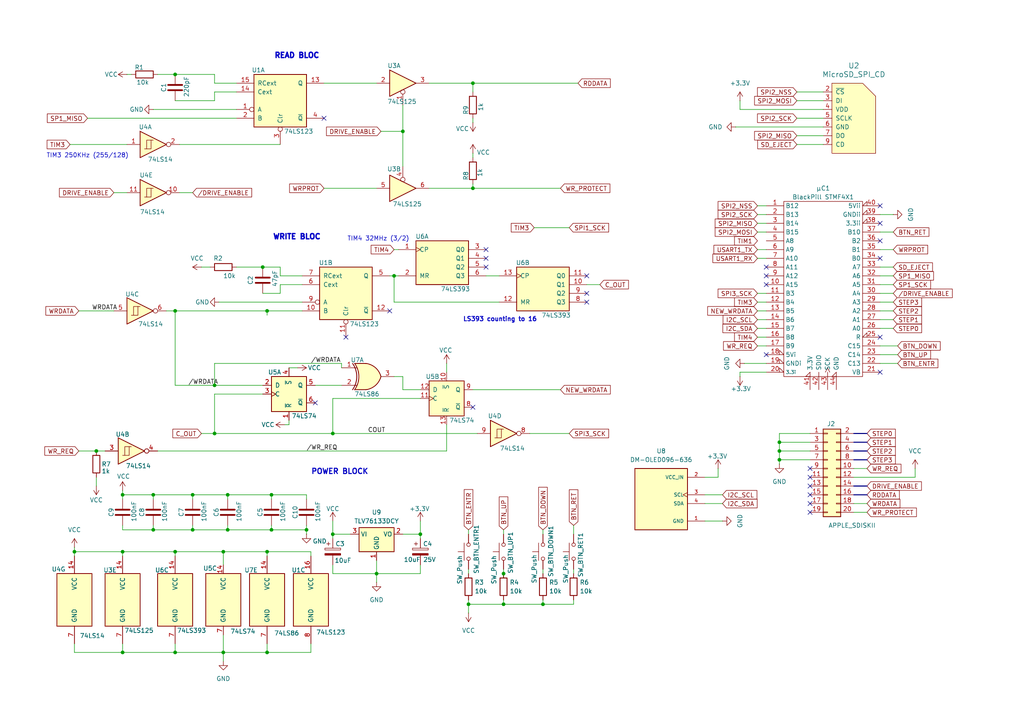
<source format=kicad_sch>
(kicad_sch (version 20231120) (generator "eeschema") (generator_version "8.0")
  (paper "A4")
  (title_block (title "APPLE II DISK EM STM32F401") (rev "18"))
  (junction (at 66.04 143.51))
  (junction (at 44.45 153.67))
  (junction (at 109.22 166.37))
  (junction (at 114.3 80.01))
  (junction (at 62.23 125.73))
  (junction (at 96.52 125.73))
  (junction (at 35.56 160.02))
  (junction (at 76.2 77.47))
  (junction (at 55.88 153.67))
  (junction (at 62.23 111.76))
  (junction (at 50.8 21.59))
  (junction (at 35.56 143.51))
  (junction (at 50.8 90.17))
  (junction (at 55.88 143.51))
  (junction (at 77.47 90.17))
  (junction (at 77.47 160.02))
  (junction (at 44.45 143.51))
  (junction (at 137.16 24.13))
  (junction (at 77.47 189.23))
  (junction (at 50.8 189.23))
  (junction (at 137.16 54.61))
  (junction (at 66.04 153.67))
  (junction (at 226.06 130.81))
  (junction (at 50.8 160.02))
  (junction (at 64.77 189.23))
  (junction (at 146.05 175.26))
  (junction (at 157.48 175.26))
  (junction (at 135.89 175.26))
  (junction (at 21.59 160.02))
  (junction (at 146.05 166.37))
  (junction (at 121.92 154.94))
  (junction (at 35.56 189.23))
  (junction (at 78.74 143.51))
  (junction (at 116.84 38.1))
  (junction (at 27.94 130.81))
  (junction (at 64.77 160.02))
  (junction (at 226.06 128.27))
  (junction (at 78.74 153.67))
  (junction (at 88.9 153.67))
  (junction (at 96.52 154.94))
  (junction (at 226.06 133.35))
  (no_connect (at 234.95 148.59))
  (no_connect (at 234.95 146.05))
  (no_connect (at 222.25 102.87))
  (no_connect (at 234.95 140.97))
  (no_connect (at 255.27 59.69))
  (no_connect (at 222.25 80.01))
  (no_connect (at 137.16 118.11))
  (no_connect (at 140.97 72.39))
  (no_connect (at 234.95 143.51))
  (no_connect (at 91.44 116.84))
  (no_connect (at 222.25 77.47))
  (no_connect (at 170.18 80.01))
  (no_connect (at 140.97 77.47))
  (no_connect (at 113.03 90.17))
  (no_connect (at 255.27 69.85))
  (no_connect (at 93.98 34.29))
  (no_connect (at 255.27 107.95))
  (no_connect (at 255.27 74.93))
  (no_connect (at 255.27 97.79))
  (no_connect (at 234.95 138.43))
  (no_connect (at 140.97 74.93))
  (no_connect (at 234.95 135.89))
  (no_connect (at 222.25 82.55))
  (no_connect (at 170.18 85.09))
  (no_connect (at 100.33 97.79))
  (no_connect (at 255.27 64.77))
  (no_connect (at 170.18 87.63))
  (wire (pts (xy 35.56 152.4) (xy 35.56 153.67)))
  (wire (pts (xy 35.56 186.69) (xy 35.56 189.23)))
  (wire (pts (xy 81.28 80.01) (xy 81.28 77.47)))
  (wire (pts (xy 109.22 162.56) (xy 109.22 166.37)))
  (wire (pts (xy 135.89 153.67) (xy 135.89 154.94)))
  (wire (pts (xy 124.46 54.61) (xy 137.16 54.61)))
  (wire (pts (xy 157.48 153.67) (xy 157.48 154.94)))
  (wire (pts (xy 116.84 113.03) (xy 116.84 109.22)))
  (wire (pts (xy 204.47 151.13) (xy 209.55 151.13)))
  (wire (pts (xy 129.54 123.19) (xy 129.54 130.81)))
  (wire (pts (xy 62.23 125.73) (xy 96.52 125.73)))
  (wire (pts (xy 88.9 143.51) (xy 78.74 143.51)))
  (wire (pts (xy 137.16 113.03) (xy 162.56 113.03)))
  (wire (pts (xy 50.8 161.29) (xy 50.8 160.02)))
  (wire (pts (xy 255.27 72.39) (xy 259.08 72.39)))
  (wire (pts (xy 219.71 85.09) (xy 222.25 85.09)))
  (wire (pts (xy 116.84 109.22) (xy 114.3 109.22)))
  (wire (pts (xy 96.52 166.37) (xy 109.22 166.37)))
  (wire (pts (xy 52.07 55.88) (xy 55.88 55.88)))
  (wire (pts (xy 64.77 160.02) (xy 77.47 160.02)))
  (wire (pts (xy 166.37 165.1) (xy 166.37 166.37)))
  (wire (pts (xy 226.06 133.35) (xy 226.06 134.62)))
  (wire (pts (xy 77.47 90.17) (xy 77.47 91.44)))
  (wire (pts (xy 36.83 21.59) (xy 38.1 21.59)))
  (wire (pts (xy 35.56 161.29) (xy 35.56 160.02)))
  (wire (pts (xy 50.8 111.76) (xy 62.23 111.76)))
  (wire (pts (xy 137.16 44.45) (xy 137.16 45.72)))
  (wire (pts (xy 20.32 41.91) (xy 36.83 41.91)))
  (wire (pts (xy 153.67 125.73) (xy 165.1 125.73)))
  (wire (pts (xy 96.52 125.73) (xy 138.43 125.73)))
  (wire (pts (xy 247.65 138.43) (xy 265.43 138.43)))
  (wire (pts (xy 77.47 90.17) (xy 50.8 90.17)))
  (wire (pts (xy 116.84 154.94) (xy 121.92 154.94)))
  (wire (pts (xy 77.47 161.29) (xy 77.47 160.02)))
  (wire (pts (xy 116.84 38.1) (xy 116.84 48.26)))
  (wire (pts (xy 55.88 144.78) (xy 55.88 143.51)))
  (wire (pts (xy 21.59 158.75) (xy 21.59 160.02)))
  (wire (pts (xy 213.36 36.83) (xy 238.76 36.83)))
  (wire (pts (xy 137.16 24.13) (xy 137.16 26.67)))
  (wire (pts (xy 96.52 163.83) (xy 96.52 166.37)))
  (wire (pts (xy 226.06 128.27) (xy 234.95 128.27)))
  (wire (pts (xy 50.8 29.21) (xy 62.23 29.21)))
  (wire (pts (xy 35.56 189.23) (xy 50.8 189.23)))
  (wire (pts (xy 110.49 38.1) (xy 116.84 38.1)))
  (wire (pts (xy 90.17 161.29) (xy 90.17 160.02)))
  (wire (pts (xy 35.56 143.51) (xy 35.56 144.78)))
  (wire (pts (xy 226.06 130.81) (xy 226.06 133.35)))
  (wire (pts (xy 62.23 29.21) (xy 62.23 26.67)))
  (wire (pts (xy 109.22 166.37) (xy 109.22 168.91)))
  (wire (pts (xy 137.16 54.61) (xy 162.56 54.61)))
  (wire (pts (xy 121.92 115.57) (xy 96.52 115.57)))
  (wire (pts (xy 55.88 152.4) (xy 55.88 153.67)))
  (wire (pts (xy 116.84 113.03) (xy 121.92 113.03)))
  (wire (pts (xy 146.05 165.1) (xy 146.05 166.37)))
  (wire (pts (xy 137.16 53.34) (xy 137.16 54.61)))
  (wire (pts (xy 22.86 130.81) (xy 27.94 130.81)))
  (wire (pts (xy 140.97 80.01) (xy 144.78 80.01)))
  (wire (pts (xy 64.77 189.23) (xy 64.77 191.77)))
  (wire (pts (xy 226.06 128.27) (xy 226.06 130.81)))
  (bus (pts (xy 247.65 128.27) (xy 251.46 128.27)))
  (wire (pts (xy 87.63 87.63) (xy 63.5 87.63)))
  (wire (pts (xy 77.47 186.69) (xy 77.47 189.23)))
  (wire (pts (xy 83.82 123.19) (xy 83.82 121.92)))
  (wire (pts (xy 157.48 175.26) (xy 166.37 175.26)))
  (bus (pts (xy 247.65 130.81) (xy 251.46 130.81)))
  (wire (pts (xy 62.23 24.13) (xy 68.58 24.13)))
  (wire (pts (xy 219.71 95.25) (xy 222.25 95.25)))
  (bus (pts (xy 247.65 143.51) (xy 251.46 143.51)))
  (wire (pts (xy 21.59 161.29) (xy 21.59 160.02)))
  (wire (pts (xy 255.27 102.87) (xy 260.35 102.87)))
  (wire (pts (xy 35.56 142.24) (xy 35.56 143.51)))
  (wire (pts (xy 231.14 29.21) (xy 238.76 29.21)))
  (wire (pts (xy 66.04 153.67) (xy 78.74 153.67)))
  (wire (pts (xy 234.95 125.73) (xy 226.06 125.73)))
  (wire (pts (xy 90.17 186.69) (xy 90.17 189.23)))
  (wire (pts (xy 255.27 85.09) (xy 259.08 85.09)))
  (wire (pts (xy 137.16 34.29) (xy 137.16 35.56)))
  (wire (pts (xy 114.3 80.01) (xy 115.57 80.01)))
  (wire (pts (xy 208.28 138.43) (xy 208.28 135.89)))
  (wire (pts (xy 52.07 41.91) (xy 81.28 41.91)))
  (wire (pts (xy 214.63 29.21) (xy 214.63 31.75)))
  (wire (pts (xy 219.71 64.77) (xy 222.25 64.77)))
  (wire (pts (xy 219.71 90.17) (xy 222.25 90.17)))
  (wire (pts (xy 255.27 82.55) (xy 259.08 82.55)))
  (wire (pts (xy 114.3 72.39) (xy 115.57 72.39)))
  (wire (pts (xy 121.92 151.13) (xy 121.92 154.94)))
  (wire (pts (xy 66.04 144.78) (xy 66.04 143.51)))
  (wire (pts (xy 35.56 153.67) (xy 44.45 153.67)))
  (wire (pts (xy 146.05 167.64) (xy 146.05 166.37)))
  (wire (pts (xy 78.74 144.78) (xy 78.74 143.51)))
  (wire (pts (xy 219.71 100.33) (xy 222.25 100.33)))
  (wire (pts (xy 27.94 138.43) (xy 27.94 140.97)))
  (wire (pts (xy 62.23 105.41) (xy 62.23 111.76)))
  (wire (pts (xy 91.44 111.76) (xy 99.06 111.76)))
  (wire (pts (xy 121.92 163.83) (xy 121.92 166.37)))
  (wire (pts (xy 76.2 85.09) (xy 81.28 85.09)))
  (wire (pts (xy 146.05 153.67) (xy 146.05 154.94)))
  (wire (pts (xy 255.27 90.17) (xy 259.08 90.17)))
  (wire (pts (xy 78.74 152.4) (xy 78.74 153.67)))
  (wire (pts (xy 62.23 26.67) (xy 68.58 26.67)))
  (wire (pts (xy 88.9 144.78) (xy 88.9 143.51)))
  (wire (pts (xy 81.28 85.09) (xy 81.28 82.55)))
  (wire (pts (xy 62.23 114.3) (xy 62.23 125.73)))
  (bus (pts (xy 247.65 140.97) (xy 251.46 140.97)))
  (wire (pts (xy 146.05 175.26) (xy 135.89 175.26)))
  (wire (pts (xy 96.52 154.94) (xy 96.52 156.21)))
  (wire (pts (xy 226.06 130.81) (xy 234.95 130.81)))
  (wire (pts (xy 219.71 59.69) (xy 222.25 59.69)))
  (wire (pts (xy 146.05 173.99) (xy 146.05 175.26)))
  (wire (pts (xy 247.65 135.89) (xy 251.46 135.89)))
  (wire (pts (xy 50.8 160.02) (xy 35.56 160.02)))
  (wire (pts (xy 64.77 163.83) (xy 64.77 160.02)))
  (wire (pts (xy 68.58 31.75) (xy 44.45 31.75)))
  (wire (pts (xy 166.37 152.4) (xy 166.37 154.94)))
  (wire (pts (xy 64.77 184.15) (xy 64.77 189.23)))
  (wire (pts (xy 204.47 143.51) (xy 209.55 143.51)))
  (wire (pts (xy 255.27 77.47) (xy 259.08 77.47)))
  (wire (pts (xy 62.23 21.59) (xy 62.23 24.13)))
  (wire (pts (xy 68.58 77.47) (xy 76.2 77.47)))
  (wire (pts (xy 22.86 90.17) (xy 33.02 90.17)))
  (wire (pts (xy 114.3 87.63) (xy 114.3 80.01)))
  (wire (pts (xy 255.27 100.33) (xy 260.35 100.33)))
  (wire (pts (xy 121.92 166.37) (xy 109.22 166.37)))
  (wire (pts (xy 66.04 152.4) (xy 66.04 153.67)))
  (wire (pts (xy 88.9 153.67) (xy 88.9 154.94)))
  (wire (pts (xy 45.72 130.81) (xy 129.54 130.81)))
  (wire (pts (xy 99.06 105.41) (xy 99.06 106.68)))
  (wire (pts (xy 137.16 24.13) (xy 167.64 24.13)))
  (wire (pts (xy 265.43 135.89) (xy 265.43 138.43)))
  (wire (pts (xy 116.84 38.1) (xy 116.84 30.48)))
  (wire (pts (xy 88.9 152.4) (xy 88.9 153.67)))
  (wire (pts (xy 166.37 173.99) (xy 166.37 175.26)))
  (wire (pts (xy 96.52 151.13) (xy 96.52 154.94)))
  (wire (pts (xy 21.59 160.02) (xy 35.56 160.02)))
  (wire (pts (xy 77.47 160.02) (xy 90.17 160.02)))
  (wire (pts (xy 214.63 31.75) (xy 238.76 31.75)))
  (wire (pts (xy 33.02 55.88) (xy 36.83 55.88)))
  (wire (pts (xy 87.63 80.01) (xy 81.28 80.01)))
  (wire (pts (xy 101.6 154.94) (xy 96.52 154.94)))
  (wire (pts (xy 50.8 21.59) (xy 62.23 21.59)))
  (wire (pts (xy 215.9 105.41) (xy 222.25 105.41)))
  (wire (pts (xy 62.23 105.41) (xy 99.06 105.41)))
  (wire (pts (xy 50.8 160.02) (xy 64.77 160.02)))
  (wire (pts (xy 62.23 111.76) (xy 76.2 111.76)))
  (wire (pts (xy 214.63 107.95) (xy 222.25 107.95)))
  (wire (pts (xy 219.71 97.79) (xy 222.25 97.79)))
  (wire (pts (xy 50.8 90.17) (xy 50.8 111.76)))
  (bus (pts (xy 247.65 133.35) (xy 251.46 133.35)))
  (wire (pts (xy 146.05 175.26) (xy 157.48 175.26)))
  (wire (pts (xy 247.65 148.59) (xy 251.46 148.59)))
  (wire (pts (xy 231.14 39.37) (xy 238.76 39.37)))
  (wire (pts (xy 55.88 153.67) (xy 66.04 153.67)))
  (wire (pts (xy 50.8 90.17) (xy 48.26 90.17)))
  (wire (pts (xy 25.4 34.29) (xy 68.58 34.29)))
  (wire (pts (xy 157.48 173.99) (xy 157.48 175.26)))
  (wire (pts (xy 226.06 133.35) (xy 234.95 133.35)))
  (wire (pts (xy 77.47 90.17) (xy 87.63 90.17)))
  (wire (pts (xy 157.48 165.1) (xy 157.48 166.37)))
  (wire (pts (xy 255.27 95.25) (xy 259.08 95.25)))
  (wire (pts (xy 44.45 144.78) (xy 44.45 143.51)))
  (wire (pts (xy 129.54 105.41) (xy 129.54 107.95)))
  (wire (pts (xy 135.89 175.26) (xy 135.89 177.8)))
  (wire (pts (xy 58.42 125.73) (xy 62.23 125.73)))
  (wire (pts (xy 82.55 123.19) (xy 83.82 123.19)))
  (wire (pts (xy 93.98 24.13) (xy 109.22 24.13)))
  (wire (pts (xy 204.47 138.43) (xy 208.28 138.43)))
  (wire (pts (xy 113.03 80.01) (xy 114.3 80.01)))
  (wire (pts (xy 255.27 67.31) (xy 259.08 67.31)))
  (wire (pts (xy 77.47 189.23) (xy 64.77 189.23)))
  (wire (pts (xy 93.98 54.61) (xy 109.22 54.61)))
  (wire (pts (xy 255.27 62.23) (xy 259.08 62.23)))
  (wire (pts (xy 62.23 114.3) (xy 76.2 114.3)))
  (wire (pts (xy 204.47 146.05) (xy 209.55 146.05)))
  (wire (pts (xy 219.71 74.93) (xy 222.25 74.93)))
  (wire (pts (xy 45.72 21.59) (xy 50.8 21.59)))
  (wire (pts (xy 219.71 92.71) (xy 222.25 92.71)))
  (wire (pts (xy 50.8 189.23) (xy 64.77 189.23)))
  (wire (pts (xy 219.71 62.23) (xy 222.25 62.23)))
  (wire (pts (xy 81.28 77.47) (xy 76.2 77.47)))
  (wire (pts (xy 81.28 82.55) (xy 87.63 82.55)))
  (wire (pts (xy 255.27 80.01) (xy 259.08 80.01)))
  (wire (pts (xy 44.45 153.67) (xy 55.88 153.67)))
  (wire (pts (xy 83.82 106.68) (xy 86.36 106.68)))
  (wire (pts (xy 77.47 189.23) (xy 90.17 189.23)))
  (wire (pts (xy 231.14 26.67) (xy 238.76 26.67)))
  (wire (pts (xy 50.8 186.69) (xy 50.8 189.23)))
  (bus (pts (xy 247.65 125.73) (xy 251.46 125.73)))
  (wire (pts (xy 170.18 82.55) (xy 173.99 82.55)))
  (wire (pts (xy 214.63 109.22) (xy 214.63 107.95)))
  (wire (pts (xy 44.45 152.4) (xy 44.45 153.67)))
  (wire (pts (xy 219.71 87.63) (xy 222.25 87.63)))
  (wire (pts (xy 96.52 115.57) (xy 96.52 125.73)))
  (wire (pts (xy 219.71 67.31) (xy 222.25 67.31)))
  (wire (pts (xy 135.89 173.99) (xy 135.89 175.26)))
  (wire (pts (xy 135.89 165.1) (xy 135.89 166.37)))
  (wire (pts (xy 247.65 146.05) (xy 251.46 146.05)))
  (wire (pts (xy 44.45 143.51) (xy 35.56 143.51)))
  (wire (pts (xy 66.04 143.51) (xy 55.88 143.51)))
  (wire (pts (xy 154.94 66.04) (xy 165.1 66.04)))
  (wire (pts (xy 58.42 77.47) (xy 60.96 77.47)))
  (wire (pts (xy 226.06 125.73) (xy 226.06 128.27)))
  (wire (pts (xy 88.9 153.67) (xy 78.74 153.67)))
  (wire (pts (xy 55.88 143.51) (xy 44.45 143.51)))
  (wire (pts (xy 121.92 154.94) (xy 121.92 156.21)))
  (wire (pts (xy 255.27 92.71) (xy 259.08 92.71)))
  (wire (pts (xy 144.78 87.63) (xy 114.3 87.63)))
  (wire (pts (xy 124.46 24.13) (xy 137.16 24.13)))
  (wire (pts (xy 21.59 186.69) (xy 21.59 189.23)))
  (wire (pts (xy 231.14 34.29) (xy 238.76 34.29)))
  (wire (pts (xy 27.94 130.81) (xy 30.48 130.81)))
  (wire (pts (xy 231.14 41.91) (xy 238.76 41.91)))
  (wire (pts (xy 255.27 87.63) (xy 259.08 87.63)))
  (wire (pts (xy 21.59 189.23) (xy 35.56 189.23)))
  (wire (pts (xy 219.71 72.39) (xy 222.25 72.39)))
  (wire (pts (xy 255.27 105.41) (xy 260.35 105.41)))
  (wire (pts (xy 78.74 143.51) (xy 66.04 143.51)))
  (text "READ BLOC\n" (at 86.106 16.256 0) (effects (font (size 1.524 1.524) (thickness 0.508) (bold yes))))
  (text "LS393 counting to 16" (at 145.034 92.71 0) (effects (font (size 1.27 1.27) (bold yes))))
  (text "WRITE BLOC\n" (at 86.106 68.834 0) (effects (font (size 1.524 1.524) (thickness 0.508) (bold yes))))
  (text "POWER BLOCK" (at 98.552 136.906 0) (effects (font (size 1.524 1.524) (thickness 0.3048) (bold yes))))
  (text "TIM3 250KHz (255/128)" (at 25.4 45.212 0) (effects (font (size 1.27 1.27))))
  (text "TIM4 32MHz (3/2)" (at 109.728 69.342 0) (effects (font (size 1.27 1.27))))
  (label "WRDATA" (at 26.67 90.17 0))
  (label "{slash}WRDATA" (at 54.61 111.76 0))
  (label "{slash}WR_REQ" (at 88.9 130.81 0))
  (label "{slash}WRDATA" (at 90.17 105.41 0))
  (label "COUT" (at 106.68 125.73 0))
  (global_label "USART1_RX" (shape input) (at 219.71 74.93 180) (property "Intersheetrefs" "${INTERSHEET_REFS}" (effects (hide yes))))
  (global_label "STEP3" (shape input) (at 251.46 133.35 0) (property "Intersheetrefs" "${INTERSHEET_REFS}" (effects (hide yes))))
  (global_label "TIM3" (shape input) (at 20.32 41.91 180) (property "Intersheetrefs" "${INTERSHEET_REFS}" (effects (hide yes))))
  (global_label "SPI2_SCK" (shape input) (at 219.71 62.23 180) (property "Intersheetrefs" "${INTERSHEET_REFS}" (effects (hide yes))))
  (global_label "WR_REQ" (shape input) (at 22.86 130.81 180) (property "Intersheetrefs" "${INTERSHEET_REFS}" (effects (hide yes))))
  (global_label "STEP0" (shape input) (at 251.46 125.73 0) (property "Intersheetrefs" "${INTERSHEET_REFS}" (effects (hide yes))))
  (global_label "NEW_WRDATA" (shape input) (at 162.56 113.03 0) (property "Intersheetrefs" "${INTERSHEET_REFS}" (effects (hide yes))))
  (global_label "WRPROT" (shape input) (at 93.98 54.61 180) (property "Intersheetrefs" "${INTERSHEET_REFS}" (effects (hide yes))))
  (global_label "NEW_WRDATA" (shape input) (at 219.71 90.17 180) (property "Intersheetrefs" "${INTERSHEET_REFS}" (effects (hide yes))))
  (global_label "I2C_SCL" (shape input) (at 219.71 92.71 180) (property "Intersheetrefs" "${INTERSHEET_REFS}" (effects (hide yes))))
  (global_label "STEP2" (shape input) (at 251.46 130.81 0) (property "Intersheetrefs" "${INTERSHEET_REFS}" (effects (hide yes))))
  (global_label "STEP1" (shape input) (at 259.08 92.71 0) (property "Intersheetrefs" "${INTERSHEET_REFS}" (effects (hide yes))))
  (global_label "TIM4" (shape input) (at 219.71 97.79 180) (property "Intersheetrefs" "${INTERSHEET_REFS}" (effects (hide yes))))
  (global_label "TIM4" (shape input) (at 114.3 72.39 180) (property "Intersheetrefs" "${INTERSHEET_REFS}" (effects (hide yes))))
  (global_label "SPI2_NSS" (shape input) (at 219.71 59.69 180) (property "Intersheetrefs" "${INTERSHEET_REFS}" (effects (hide yes))))
  (global_label "{slash}DRIVE_ENABLE" (shape input) (at 259.08 85.09 0) (property "Intersheetrefs" "${INTERSHEET_REFS}" (effects (hide yes))))
  (global_label "TIM3" (shape input) (at 219.71 87.63 180) (property "Intersheetrefs" "${INTERSHEET_REFS}" (effects (hide yes))))
  (global_label "TIM3" (shape input) (at 154.94 66.04 180) (property "Intersheetrefs" "${INTERSHEET_REFS}" (effects (hide yes))))
  (global_label "BTN_UP" (shape input) (at 146.05 153.67 90) (property "Intersheetrefs" "${INTERSHEET_REFS}" (effects (hide yes))))
  (global_label "WRDATA" (shape input) (at 22.86 90.17 180) (property "Intersheetrefs" "${INTERSHEET_REFS}" (effects (hide yes))))
  (global_label "SD_EJECT" (shape input) (at 231.14 41.91 180) (property "Intersheetrefs" "${INTERSHEET_REFS}" (effects (hide yes))))
  (global_label "USART1_TX" (shape input) (at 219.71 72.39 180) (property "Intersheetrefs" "${INTERSHEET_REFS}" (effects (hide yes))))
  (global_label "STEP0" (shape input) (at 259.08 95.25 0) (property "Intersheetrefs" "${INTERSHEET_REFS}" (effects (hide yes))))
  (global_label "BTN_DOWN" (shape input) (at 260.35 100.33 0) (property "Intersheetrefs" "${INTERSHEET_REFS}" (effects (hide yes))))
  (global_label "WRDATA" (shape input) (at 251.46 146.05 0) (property "Intersheetrefs" "${INTERSHEET_REFS}" (effects (hide yes))))
  (global_label "I2C_SDA" (shape input) (at 219.71 95.25 180) (property "Intersheetrefs" "${INTERSHEET_REFS}" (effects (hide yes))))
  (global_label "RDDATA" (shape input) (at 251.46 143.51 0) (property "Intersheetrefs" "${INTERSHEET_REFS}" (effects (hide yes))))
  (global_label "SPI2_MOSI" (shape input) (at 219.71 67.31 180) (property "Intersheetrefs" "${INTERSHEET_REFS}" (effects (hide yes))))
  (global_label "{slash}DRIVE_ENABLE" (shape input) (at 55.88 55.88 0) (property "Intersheetrefs" "${INTERSHEET_REFS}" (effects (hide yes))))
  (global_label "WR_REQ" (shape input) (at 251.46 135.89 0) (property "Intersheetrefs" "${INTERSHEET_REFS}" (effects (hide yes))))
  (global_label "C_OUT" (shape input) (at 173.99 82.55 0) (property "Intersheetrefs" "${INTERSHEET_REFS}" (effects (hide yes))))
  (global_label "SP1_SCK" (shape input) (at 259.08 82.55 0) (property "Intersheetrefs" "${INTERSHEET_REFS}" (effects (hide yes))))
  (global_label "SPI2_SCK" (shape input) (at 231.14 34.29 180) (property "Intersheetrefs" "${INTERSHEET_REFS}" (effects (hide yes))))
  (global_label "SPI1_SCK" (shape input) (at 165.1 66.04 0) (property "Intersheetrefs" "${INTERSHEET_REFS}" (effects (hide yes))))
  (global_label "SPI2_MOSI" (shape input) (at 231.14 29.21 180) (property "Intersheetrefs" "${INTERSHEET_REFS}" (effects (hide yes))))
  (global_label "WR_PROTECT" (shape input) (at 251.46 148.59 0) (property "Intersheetrefs" "${INTERSHEET_REFS}" (effects (hide yes))))
  (global_label "SP1_MISO" (shape input) (at 259.08 80.01 0) (property "Intersheetrefs" "${INTERSHEET_REFS}" (effects (hide yes))))
  (global_label "STEP2" (shape input) (at 259.08 90.17 0) (property "Intersheetrefs" "${INTERSHEET_REFS}" (effects (hide yes))))
  (global_label "WRPROT" (shape input) (at 259.08 72.39 0) (property "Intersheetrefs" "${INTERSHEET_REFS}" (effects (hide yes))))
  (global_label "SPI2_MISO" (shape input) (at 231.14 39.37 180) (property "Intersheetrefs" "${INTERSHEET_REFS}" (effects (hide yes))))
  (global_label "SP1_MISO" (shape input) (at 25.4 34.29 180) (property "Intersheetrefs" "${INTERSHEET_REFS}" (effects (hide yes))))
  (global_label "BTN_UP" (shape input) (at 260.35 102.87 0) (property "Intersheetrefs" "${INTERSHEET_REFS}" (effects (hide yes))))
  (global_label "SPI2_MISO" (shape input) (at 219.71 64.77 180) (property "Intersheetrefs" "${INTERSHEET_REFS}" (effects (hide yes))))
  (global_label "BTN_ENTR" (shape input) (at 260.35 105.41 0) (property "Intersheetrefs" "${INTERSHEET_REFS}" (effects (hide yes))))
  (global_label "STEP3" (shape input) (at 259.08 87.63 0) (property "Intersheetrefs" "${INTERSHEET_REFS}" (effects (hide yes))))
  (global_label "C_OUT" (shape input) (at 58.42 125.73 180) (property "Intersheetrefs" "${INTERSHEET_REFS}" (effects (hide yes))))
  (global_label "DRIVE_ENABLE" (shape input) (at 110.49 38.1 180) (property "Intersheetrefs" "${INTERSHEET_REFS}" (effects (hide yes))))
  (global_label "SD_EJECT" (shape input) (at 259.08 77.47 0) (property "Intersheetrefs" "${INTERSHEET_REFS}" (effects (hide yes))))
  (global_label "DRIVE_ENABLE" (shape input) (at 33.02 55.88 180) (property "Intersheetrefs" "${INTERSHEET_REFS}" (effects (hide yes))))
  (global_label "SPI3_SCK" (shape input) (at 219.71 85.09 180) (property "Intersheetrefs" "${INTERSHEET_REFS}" (effects (hide yes))))
  (global_label "SPI3_SCK" (shape input) (at 165.1 125.73 0) (property "Intersheetrefs" "${INTERSHEET_REFS}" (effects (hide yes))))
  (global_label "TIM1" (shape input) (at 219.71 69.85 180) (property "Intersheetrefs" "${INTERSHEET_REFS}" (effects (hide yes))))
  (global_label "I2C_SCL" (shape input) (at 209.55 143.51 0) (property "Intersheetrefs" "${INTERSHEET_REFS}" (effects (hide yes))))
  (global_label "WR_PROTECT" (shape input) (at 162.56 54.61 0) (property "Intersheetrefs" "${INTERSHEET_REFS}" (effects (hide yes))))
  (global_label "BTN_ENTR" (shape input) (at 135.89 153.67 90) (property "Intersheetrefs" "${INTERSHEET_REFS}" (effects (hide yes))))
  (global_label "I2C_SDA" (shape input) (at 209.55 146.05 0) (property "Intersheetrefs" "${INTERSHEET_REFS}" (effects (hide yes))))
  (global_label "STEP1" (shape input) (at 251.46 128.27 0) (property "Intersheetrefs" "${INTERSHEET_REFS}" (effects (hide yes))))
  (global_label "WR_REQ" (shape input) (at 219.71 100.33 180) (property "Intersheetrefs" "${INTERSHEET_REFS}" (effects (hide yes))))
  (global_label "BTN_RET" (shape input) (at 166.37 152.4 90) (property "Intersheetrefs" "${INTERSHEET_REFS}" (effects (hide yes))))
  (global_label "BTN_RET" (shape input) (at 259.08 67.31 0) (property "Intersheetrefs" "${INTERSHEET_REFS}" (effects (hide yes))))
  (global_label "RDDATA" (shape input) (at 167.64 24.13 0) (property "Intersheetrefs" "${INTERSHEET_REFS}" (effects (hide yes))))
  (global_label "DRIVE_ENABLE" (shape input) (at 251.46 140.97 0) (property "Intersheetrefs" "${INTERSHEET_REFS}" (effects (hide yes))))
  (global_label "SPI2_NSS" (shape input) (at 231.14 26.67 180) (property "Intersheetrefs" "${INTERSHEET_REFS}" (effects (hide yes))))
  (global_label "BTN_DOWN" (shape input) (at 157.48 153.67 90) (property "Intersheetrefs" "${INTERSHEET_REFS}" (effects (hide yes))))
  (symbol (lib_id "74xx:74LS14") (at 21.59 173.99 0) (unit 7)
    (property "Reference" "U4" (at 14.986 165.1 0) (effects (justify left)))
    (property "Value" "74LS14" (at 23.114 184.404 0) (effects (justify left)))
    (property "Footprint" "Package_DIP:DIP-14_W7.62mm" (effects (hide yes)))
    (property "Datasheet" "http://www.ti.com/lit/gpn/sn74LS14" (effects (hide yes)))
    (property "Description" "Hex inverter schmitt trigger" (effects (hide yes)))
  )
  (symbol (lib_id "power:GND") (at 215.9 105.41 270) (mirror x) (unit 1)
    (property "Reference" "#PWR025" (effects (hide yes)))
    (property "Value" "GND" (at 210.82 105.41 0))
    (property "Description" "Power symbol creates a global label with name \"GND\" , ground" (effects (hide yes)))
  )
  (symbol (lib_id "Device:R") (at 166.37 170.18 0) (unit 1)
    (property "Reference" "R6" (at 168.148 168.91 0) (effects (justify left)))
    (property "Value" "10k" (at 168.148 171.45 0) (effects (justify left)))
    (property "Footprint" "Resistor_THT:R_Axial_DIN0207_L6.3mm_D2.5mm_P7.62mm_Horizontal" (effects (hide yes)))
    (property "Description" "Resistor" (effects (hide yes)))
  )
  (symbol (lib_id "DM-OLED096-636:DM-OLED096-636") (at 191.77 146.05 0) (unit 1)
    (property "Reference" "U8" (at 191.77 130.81 0))
    (property "Value" "DM-OLED096-636" (at 191.77 133.35 0))
    (property "Footprint" "DM-OLED096-636:MODULE_DM-OLED096-636" (effects (hide yes)))
    (property "MF" "Display Module" (effects (hide yes)))
    (property "MAXIMUM_PACKAGE_HEIGHT" "11.3 mm" (effects (hide yes)))
    (property "Package" "Package" (effects (hide yes)))
    (property "Price" "None" (effects (hide yes)))
    (property "Check_prices" "https://www.snapeda.com/parts/DM-OLED096-636/Display+Module/view-part/?ref=eda" (effects (hide yes)))
    (property "STANDARD" "Manufacturer Recommendations" (effects (hide yes)))
    (property "PARTREV" "2018-09-10" (effects (hide yes)))
    (property "SnapEDA_Link" "https://www.snapeda.com/parts/DM-OLED096-636/Display+Module/view-part/?ref=snap" (effects (hide yes)))
    (property "MP" "DM-OLED096-636" (effects (hide yes)))
    (property "Description_1" "\n0.96” 128 X 64 MONOCHROME GRAPHIC OLED DISPLAY MODULE - I2C\n" (effects (hide yes)))
    (property "Availability" "Not in stock" (effects (hide yes)))
    (property "MANUFACTURER" "Displaymodule" (effects (hide yes)))
  )
  (symbol (lib_id "power:VCC") (at 137.16 35.56 180) (unit 1)
    (property "Reference" "#PWR06" (effects (hide yes)))
    (property "Value" "VCC" (at 134.112 37.338 0))
    (property "Description" "Power symbol creates a global label with name \"VCC\"" (effects (hide yes)))
  )
  (symbol (lib_id "74xx:74LS123") (at 100.33 85.09 0) (unit 2)
    (property "Reference" "U1" (at 94.488 76.2 0))
    (property "Value" "74LS123" (at 105.664 93.98 0))
    (property "Footprint" "Package_DIP:DIP-16_W7.62mm" (effects (hide yes)))
    (property "Datasheet" "http://www.ti.com/lit/gpn/sn74LS123" (effects (hide yes)))
    (property "Description" "Dual retriggerable Monostable" (effects (hide yes)))
  )
  (symbol (lib_id "power:GND") (at 44.45 31.75 270) (unit 1)
    (property "Reference" "#PWR04" (effects (hide yes)))
    (property "Value" "GND" (at 39.624 31.75 90))
    (property "Description" "Power symbol creates a global label with name \"GND\" , ground" (effects (hide yes)))
  )
  (symbol (lib_id "74xx:74LS125") (at 116.84 54.61 0) (mirror x) (unit 2)
    (property "Reference" "U3" (at 114.3 49.022 0))
    (property "Value" "74LS125" (at 118.11 59.182 0))
    (property "Footprint" "Package_DIP:DIP-14_W7.62mm" (effects (hide yes)))
    (property "Datasheet" "http://www.ti.com/lit/gpn/sn74LS125" (effects (hide yes)))
    (property "Description" "Quad buffer 3-State outputs" (effects (hide yes)))
  )
  (symbol (lib_id "74xx:74LS14") (at 44.45 55.88 0) (unit 5)
    (property "Reference" "U4" (at 42.418 50.8 0))
    (property "Value" "74LS14" (at 44.196 61.468 0))
    (property "Footprint" "Package_DIP:DIP-14_W7.62mm" (effects (hide yes)))
    (property "Datasheet" "http://www.ti.com/lit/gpn/sn74LS14" (effects (hide yes)))
    (property "Description" "Hex inverter schmitt trigger" (effects (hide yes)))
  )
  (symbol (lib_id "power:GND") (at 64.77 191.77 0) (unit 1)
    (property "Reference" "#PWR03" (effects (hide yes)))
    (property "Value" "GND" (at 64.77 196.85 0))
    (property "Description" "Power symbol creates a global label with name \"GND\" , ground" (effects (hide yes)))
  )
  (symbol (lib_id "74xx:74LS14") (at 40.64 90.17 0) (unit 3)
    (property "Reference" "U4" (at 38.354 85.344 0))
    (property "Value" "74LS14" (at 43.688 93.98 0))
    (property "Footprint" "Package_DIP:DIP-14_W7.62mm" (effects (hide yes)))
    (property "Datasheet" "http://www.ti.com/lit/gpn/sn74LS14" (effects (hide yes)))
    (property "Description" "Hex inverter schmitt trigger" (effects (hide yes)))
  )
  (symbol (lib_id "74xx:74LS393") (at 50.8 173.99 0) (unit 3)
    (property "Reference" "U6" (at 44.958 165.354 0) (effects (justify left)))
    (property "Value" "74LS393" (at 51.308 182.88 0) (effects (justify left)))
    (property "Footprint" "Package_DIP:DIP-14_W7.62mm" (effects (hide yes)))
    (property "Datasheet" "74xx\\74LS393.pdf" (effects (hide yes)))
    (property "Description" "Dual BCD 4-bit counter" (effects (hide yes)))
  )
  (symbol (lib_id "Device:R") (at 135.89 170.18 0) (unit 1)
    (property "Reference" "R3" (at 137.668 168.91 0) (effects (justify left)))
    (property "Value" "10k" (at 137.668 171.45 0) (effects (justify left)))
    (property "Footprint" "Resistor_THT:R_Axial_DIN0207_L6.3mm_D2.5mm_P7.62mm_Horizontal" (effects (hide yes)))
    (property "Description" "Resistor" (effects (hide yes)))
  )
  (symbol (lib_id "74xx:74LS123") (at 90.17 173.99 0) (unit 3)
    (property "Reference" "U1" (at 84.582 165.354 0) (effects (justify left)))
    (property "Value" "74LS123" (at 91.694 183.388 0) (effects (justify left)))
    (property "Datasheet" "http://www.ti.com/lit/gpn/sn74LS123" (effects (hide yes)))
    (property "Description" "Dual retriggerable Monostable" (effects (hide yes)))
  )
  (symbol (lib_id "Device:C_Polarized") (at 121.92 160.02 0) (unit 1)
    (property "Reference" "C4" (at 122.682 157.734 0) (effects (justify left)))
    (property "Value" "10uF 25V" (at 117.094 162.306 0) (effects (justify left)))
    (property "Footprint" "Capacitor_THT:CP_Radial_D5.0mm_P2.50mm" (effects (hide yes)))
    (property "Description" "Polarized capacitor" (effects (hide yes)))
  )
  (symbol (lib_id "74xx:74LS74") (at 64.77 173.99 0) (unit 3)
    (property "Reference" "U5" (at 58.928 164.846 0) (effects (justify left)))
    (property "Value" "74LS74" (at 66.802 183.134 0) (effects (justify left)))
    (property "Footprint" "Package_DIP:DIP-14_W7.62mm" (effects (hide yes)))
    (property "Datasheet" "74xx/74hc_hct74.pdf" (effects (hide yes)))
    (property "Description" "Dual D Flip-flop, Set & Reset" (effects (hide yes)))
  )
  (symbol (lib_id "Device:R") (at 137.16 30.48 0) (unit 1)
    (property "Reference" "R9" (at 135.128 33.274 90) (effects (justify left)))
    (property "Value" "1k" (at 139.446 32.258 90) (effects (justify left)))
    (property "Footprint" "Resistor_THT:R_Axial_DIN0207_L6.3mm_D2.5mm_P7.62mm_Horizontal" (effects (hide yes)))
    (property "Description" "Resistor" (effects (hide yes)))
  )
  (symbol (lib_id "Switch:SW_Push") (at 157.48 160.02 90) (unit 1)
    (property "Reference" "SW_BTN_DOWN1" (at 159.766 152.4 0) (effects (justify right)))
    (property "Value" "SW_Push" (at 154.94 160.782 0) (effects (justify right)))
    (property "Footprint" "Button_Switch_THT:SW_PUSH_6mm" (effects (hide yes)))
    (property "Description" "Push button switch, generic, two pins" (effects (hide yes)))
  )
  (symbol (lib_id "power:VCC") (at 36.83 21.59 90) (unit 1)
    (property "Reference" "#PWR01" (effects (hide yes)))
    (property "Value" "VCC" (at 32.258 21.59 90))
    (property "Description" "Power symbol creates a global label with name \"VCC\"" (effects (hide yes)))
  )
  (symbol (lib_id "74xx:74LS74") (at 83.82 114.3 0) (unit 1)
    (property "Reference" "U5" (at 77.724 107.95 0) (effects (justify left)))
    (property "Value" "74LS74" (at 84.582 120.65 0) (effects (justify left)))
    (property "Footprint" "Package_DIP:DIP-14_W7.62mm" (effects (hide yes)))
    (property "Datasheet" "74xx/74hc_hct74.pdf" (effects (hide yes)))
    (property "Description" "Dual D Flip-flop, Set & Reset" (effects (hide yes)))
  )
  (symbol (lib_id "Device:R") (at 27.94 134.62 0) (unit 1)
    (property "Reference" "R7" (at 29.464 134.62 0) (effects (justify left)))
    (property "Value" "1k" (at 29.464 136.652 0) (effects (justify left)))
    (property "Footprint" "Resistor_THT:R_Axial_DIN0207_L6.3mm_D2.5mm_P7.62mm_Horizontal" (effects (hide yes)))
    (property "Description" "Resistor" (effects (hide yes)))
  )
  (symbol (lib_id "power:VCC") (at 82.55 123.19 90) (unit 1)
    (property "Reference" "#PWR012" (effects (hide yes)))
    (property "Value" "VCC" (at 77.724 123.19 90))
    (property "Description" "Power symbol creates a global label with name \"VCC\"" (effects (hide yes)))
  )
  (symbol (lib_id "power:GND") (at 259.08 62.23 90) (mirror x) (unit 1)
    (property "Reference" "#PWR027" (effects (hide yes)))
    (property "Value" "GND" (at 264.16 62.23 0))
    (property "Description" "Power symbol creates a global label with name \"GND\" , ground" (effects (hide yes)))
  )
  (symbol (lib_id "74xx:74LS393") (at 157.48 82.55 0) (unit 2)
    (property "Reference" "U6" (at 151.638 76.2 0))
    (property "Value" "74LS393" (at 161.29 91.44 0))
    (property "Footprint" "Package_DIP:DIP-14_W7.62mm" (effects (hide yes)))
    (property "Datasheet" "74xx\\74LS393.pdf" (effects (hide yes)))
    (property "Description" "Dual BCD 4-bit counter" (effects (hide yes)))
  )
  (symbol (lib_id "74xx:74LS14") (at 44.45 41.91 0) (unit 1)
    (property "Reference" "U4" (at 42.164 36.83 0))
    (property "Value" "74LS14" (at 46.482 46.228 0))
    (property "Footprint" "Package_DIP:DIP-14_W7.62mm" (effects (hide yes)))
    (property "Datasheet" "http://www.ti.com/lit/gpn/sn74LS14" (effects (hide yes)))
    (property "Description" "Hex inverter schmitt trigger" (effects (hide yes)))
  )
  (symbol (lib_id "Device:C") (at 66.04 148.59 0) (unit 1)
    (property "Reference" "C6" (at 62.738 148.59 90))
    (property "Value" "100nF" (at 69.342 148.336 90))
    (property "Footprint" "Capacitor_THT:C_Disc_D5.0mm_W2.5mm_P5.00mm" (effects (hide yes)))
    (property "Description" "Unpolarized capacitor" (effects (hide yes)))
  )
  (symbol (lib_id "74xx:74LS123") (at 81.28 29.21 0) (unit 1)
    (property "Reference" "U1" (at 74.93 20.32 0))
    (property "Value" "74LS123" (at 86.614 38.1 0))
    (property "Footprint" "Package_DIP:DIP-16_W7.62mm" (effects (hide yes)))
    (property "Datasheet" "http://www.ti.com/lit/gpn/sn74LS123" (effects (hide yes)))
    (property "Description" "Dual retriggerable Monostable" (effects (hide yes)))
  )
  (symbol (lib_id "74xx:74LS14") (at 146.05 125.73 0) (unit 4)
    (property "Reference" "U4" (at 143.51 120.65 0))
    (property "Value" "74LS14" (at 148.59 130.048 0))
    (property "Footprint" "Package_DIP:DIP-14_W7.62mm" (effects (hide yes)))
    (property "Datasheet" "http://www.ti.com/lit/gpn/sn74LS14" (effects (hide yes)))
    (property "Description" "Hex inverter schmitt trigger" (effects (hide yes)))
  )
  (symbol (lib_id "power:GND") (at 63.5 87.63 270) (unit 1)
    (property "Reference" "#PWR019" (effects (hide yes)))
    (property "Value" "GND" (at 58.674 87.63 90))
    (property "Description" "Power symbol creates a global label with name \"GND\" , ground" (effects (hide yes)))
  )
  (symbol (lib_id "power:+3.3V") (at 214.63 29.21 0) (unit 1)
    (property "Reference" "#PWR010" (effects (hide yes)))
    (property "Value" "+3.3V" (at 214.63 24.13 0))
    (property "Description" "Power symbol creates a global label with name \"+3.3V\"" (effects (hide yes)))
  )
  (symbol (lib_id "power:VCC") (at 58.42 77.47 90) (unit 1)
    (property "Reference" "#PWR014" (effects (hide yes)))
    (property "Value" "VCC" (at 57.15 74.93 90))
    (property "Description" "Power symbol creates a global label with name \"VCC\"" (effects (hide yes)))
  )
  (symbol (lib_id "74xx:74LS74") (at 129.54 115.57 0) (unit 2)
    (property "Reference" "U5" (at 123.444 109.22 0) (effects (justify left)))
    (property "Value" "74LS74" (at 130.302 121.92 0) (effects (justify left)))
    (property "Footprint" "Package_DIP:DIP-14_W7.62mm" (effects (hide yes)))
    (property "Datasheet" "74xx/74hc_hct74.pdf" (effects (hide yes)))
    (property "Description" "Dual D Flip-flop, Set & Reset" (effects (hide yes)))
  )
  (symbol (lib_id "Device:R") (at 41.91 21.59 270) (unit 1)
    (property "Reference" "R1" (at 40.386 19.558 90))
    (property "Value" "10k" (at 41.402 23.876 90))
    (property "Footprint" "Resistor_THT:R_Axial_DIN0207_L6.3mm_D2.5mm_P7.62mm_Horizontal" (effects (hide yes)))
    (property "Description" "Resistor" (effects (hide yes)))
  )
  (symbol (lib_id "power:+3.3V") (at 208.28 135.89 0) (unit 1)
    (property "Reference" "#PWR024" (effects (hide yes)))
    (property "Value" "+3.3V" (at 208.026 132.334 0))
    (property "Description" "Power symbol creates a global label with name \"+3.3V\"" (effects (hide yes)))
  )
  (symbol (lib_id "power:VCC") (at 86.36 106.68 270) (unit 1)
    (property "Reference" "#PWR016" (effects (hide yes)))
    (property "Value" "VCC" (at 91.186 106.68 90))
    (property "Description" "Power symbol creates a global label with name \"VCC\"" (effects (hide yes)))
  )
  (symbol (lib_id "power:+3.3V") (at 214.63 109.22 180) (unit 1)
    (property "Reference" "#PWR026" (effects (hide yes)))
    (property "Value" "+3.3V" (at 214.884 112.776 0))
    (property "Description" "Power symbol creates a global label with name \"+3.3V\"" (effects (hide yes)))
  )
  (symbol (lib_id "power:VCC") (at 129.54 105.41 0) (unit 1)
    (property "Reference" "#PWR018" (effects (hide yes)))
    (property "Value" "VCC" (at 129.286 101.6 0))
    (property "Description" "Power symbol creates a global label with name \"VCC\"" (effects (hide yes)))
  )
  (symbol (lib_id "Device:C") (at 55.88 148.59 0) (unit 1)
    (property "Reference" "C7" (at 52.578 148.59 90))
    (property "Value" "100nF" (at 59.182 148.336 90))
    (property "Footprint" "Capacitor_THT:C_Disc_D5.0mm_W2.5mm_P5.00mm" (effects (hide yes)))
    (property "Description" "Unpolarized capacitor" (effects (hide yes)))
  )
  (symbol (lib_id "Device:C") (at 44.45 148.59 0) (unit 1)
    (property "Reference" "C8" (at 41.148 148.59 90))
    (property "Value" "100nF" (at 47.752 148.336 90))
    (property "Footprint" "Capacitor_THT:C_Disc_D5.0mm_W2.5mm_P5.00mm" (effects (hide yes)))
    (property "Description" "Unpolarized capacitor" (effects (hide yes)))
  )
  (symbol (lib_id "Switch:SW_Push") (at 166.37 160.02 90) (unit 1)
    (property "Reference" "SW_BTN_RET1" (at 168.402 154.432 0) (effects (justify right)))
    (property "Value" "SW_Push" (at 164.084 160.782 0) (effects (justify right)))
    (property "Footprint" "Button_Switch_THT:SW_PUSH_6mm" (effects (hide yes)))
    (property "Description" "Push button switch, generic, two pins" (effects (hide yes)))
  )
  (symbol (lib_id "74xx:74LS14") (at 38.1 130.81 0) (unit 2)
    (property "Reference" "U4" (at 35.56 125.984 0))
    (property "Value" "74LS14" (at 40.132 135.128 0))
    (property "Footprint" "Package_DIP:DIP-14_W7.62mm" (effects (hide yes)))
    (property "Datasheet" "http://www.ti.com/lit/gpn/sn74LS14" (effects (hide yes)))
    (property "Description" "Hex inverter schmitt trigger" (effects (hide yes)))
  )
  (symbol (lib_id "Device:C") (at 76.2 81.28 180) (unit 1)
    (property "Reference" "C2" (at 72.644 81.28 90))
    (property "Value" "47pF" (at 79.756 80.772 90))
    (property "Footprint" "Capacitor_THT:C_Disc_D5.0mm_W2.5mm_P5.00mm" (effects (hide yes)))
    (property "Description" "Unpolarized capacitor" (effects (hide yes)))
  )
  (symbol (lib_id "Device:C") (at 50.8 25.4 0) (unit 1)
    (property "Reference" "C1" (at 47.498 25.4 90))
    (property "Value" "220pF" (at 54.102 25.146 90))
    (property "Footprint" "Capacitor_THT:C_Disc_D5.0mm_W2.5mm_P5.00mm" (effects (hide yes)))
    (property "Description" "Unpolarized capacitor" (effects (hide yes)))
  )
  (symbol (lib_id "Connector_Generic:Conn_02x10_Odd_Even") (at 240.03 135.89 0) (unit 1)
    (property "Reference" "J2" (at 241.046 122.936 0))
    (property "Value" "APPLE_SDISKII" (at 247.142 152.4 0))
    (property "Footprint" "Connector_IDC:IDC-Header_2x10_P2.54mm_Vertical" (effects (hide yes)))
    (property "Description" "Generic connector, double row, 02x10, odd/even pin numbering scheme (row 1 odd numbers, row 2 even numbers), script generated (kicad-library-utils/schlib/autogen/connector/)" (effects (hide yes)))
  )
  (symbol (lib_id "Switch:SW_Push") (at 135.89 160.02 90) (unit 1)
    (property "Reference" "SW_BTN_ENTR1" (at 138.176 152.146 0) (effects (justify right)))
    (property "Value" "SW_Push" (at 133.35 161.036 0) (effects (justify right)))
    (property "Footprint" "Button_Switch_THT:SW_PUSH_6mm" (effects (hide yes)))
    (property "Description" "Push button switch, generic, two pins" (effects (hide yes)))
  )
  (symbol (lib_id "Device:C") (at 35.56 148.59 0) (unit 1)
    (property "Reference" "C9" (at 32.258 148.59 90))
    (property "Value" "100nF" (at 38.862 148.336 90))
    (property "Footprint" "Capacitor_THT:C_Disc_D5.0mm_W2.5mm_P5.00mm" (effects (hide yes)))
    (property "Description" "Unpolarized capacitor" (effects (hide yes)))
  )
  (symbol (lib_id "74xx:74LS393") (at 128.27 74.93 0) (unit 1)
    (property "Reference" "U6" (at 122.428 68.58 0))
    (property "Value" "74LS393" (at 132.08 83.82 0))
    (property "Footprint" "Package_DIP:DIP-14_W7.62mm" (effects (hide yes)))
    (property "Datasheet" "74xx\\74LS393.pdf" (effects (hide yes)))
    (property "Description" "Dual BCD 4-bit counter" (effects (hide yes)))
  )
  (symbol (lib_id "power:VCC") (at 35.56 142.24 0) (unit 1)
    (property "Reference" "#PWR022" (effects (hide yes)))
    (property "Value" "VCC" (at 35.814 138.176 0))
    (property "Description" "Power symbol creates a global label with name \"VCC\"" (effects (hide yes)))
  )
  (symbol (lib_id "Device:C") (at 78.74 148.59 0) (unit 1)
    (property "Reference" "C5" (at 75.438 148.59 90))
    (property "Value" "100nF" (at 82.042 148.336 90))
    (property "Footprint" "Capacitor_THT:C_Disc_D5.0mm_W2.5mm_P5.00mm" (effects (hide yes)))
    (property "Description" "Unpolarized capacitor" (effects (hide yes)))
  )
  (symbol (lib_id "muControllers_other:BlackPill") (at 238.76 83.82 0) (unit 1)
    (property "Reference" "μC1" (at 238.76 54.61 0))
    (property "Value" "BlackPill STMF4X1" (at 238.76 57.15 0))
    (property "Footprint" "acheron_Hardware.pretty-master:Mini_F4X1_STM32" (effects (hide yes)))
  )
  (symbol (lib_id "power:VCC") (at 27.94 140.97 180) (unit 1)
    (property "Reference" "#PWR021" (effects (hide yes)))
    (property "Value" "VCC" (at 27.94 145.034 0))
    (property "Description" "Power symbol creates a global label with name \"VCC\"" (effects (hide yes)))
  )
  (symbol (lib_id "74xx:74LS86") (at 106.68 109.22 0) (unit 1)
    (property "Reference" "U7" (at 103.632 104.394 0))
    (property "Value" "74LS86" (at 106.426 114.3 0))
    (property "Footprint" "Package_DIP:DIP-14_W7.62mm" (effects (hide yes)))
    (property "Datasheet" "74xx/74ls86.pdf" (effects (hide yes)))
    (property "Description" "Quad 2-input XOR" (effects (hide yes)))
  )
  (symbol (lib_id "power:+3.3V") (at 121.92 151.13 0) (unit 1)
    (property "Reference" "#PWR015" (effects (hide yes)))
    (property "Value" "+3.3V" (at 121.666 147.574 0))
    (property "Description" "Power symbol creates a global label with name \"+3.3V\"" (effects (hide yes)))
  )
  (symbol (lib_id "Device:C_Polarized") (at 96.52 160.02 0) (unit 1)
    (property "Reference" "C3" (at 97.282 157.734 0) (effects (justify left)))
    (property "Value" "10uF" (at 97.028 162.56 0) (effects (justify left)))
    (property "Footprint" "Capacitor_THT:CP_Radial_D5.0mm_P2.50mm" (effects (hide yes)))
    (property "Description" "Polarized capacitor" (effects (hide yes)))
  )
  (symbol (lib_id "Regulator_Linear:TLV76133DCY") (at 109.22 154.94 0) (unit 1)
    (property "Reference" "U9" (at 109.22 148.59 0))
    (property "Value" "TLV76133DCY" (at 109.22 151.13 0))
    (property "Footprint" "Package_TO_SOT_SMD:SOT-223-3_TabPin2" (effects (hide yes)))
    (property "Datasheet" "https://www.ti.com/lit/ds/symlink/tlv761.pdf" (effects (hide yes)))
    (property "Description" "3.3V, 1A, Low Noise, High-PSRR LDO Regulator, 2.5V...16V input, SOT-223" (effects (hide yes)))
  )
  (symbol (lib_id "power:GND") (at 109.22 168.91 0) (unit 1)
    (property "Reference" "#PWR013" (effects (hide yes)))
    (property "Value" "GND" (at 109.22 173.99 0))
    (property "Description" "Power symbol creates a global label with name \"GND\" , ground" (effects (hide yes)))
  )
  (symbol (lib_id "power:VCC") (at 21.59 158.75 0) (unit 1)
    (property "Reference" "#PWR02" (effects (hide yes)))
    (property "Value" "VCC" (at 21.59 153.67 0))
    (property "Description" "Power symbol creates a global label with name \"VCC\"" (effects (hide yes)))
  )
  (symbol (lib_id "74xx:74LS125") (at 35.56 173.99 0) (unit 5)
    (property "Reference" "U3" (at 29.972 165.354 0) (effects (justify left)))
    (property "Value" "74LS125" (at 36.068 182.88 0) (effects (justify left)))
    (property "Footprint" "Package_DIP:DIP-14_W7.62mm" (effects (hide yes)))
    (property "Datasheet" "http://www.ti.com/lit/gpn/sn74LS125" (effects (hide yes)))
    (property "Description" "Quad buffer 3-State outputs" (effects (hide yes)))
  )
  (symbol (lib_id "power:GND") (at 226.06 134.62 0) (mirror y) (unit 1)
    (property "Reference" "#PWR07" (effects (hide yes)))
    (property "Value" "GND" (at 226.06 139.7 0))
    (property "Description" "Power symbol creates a global label with name \"GND\" , ground" (effects (hide yes)))
  )
  (symbol (lib_id "Device:C") (at 88.9 148.59 0) (unit 1)
    (property "Reference" "C10" (at 85.598 148.59 90))
    (property "Value" "100nF" (at 92.202 148.336 90))
    (property "Footprint" "Capacitor_THT:C_Disc_D5.0mm_W2.5mm_P5.00mm" (effects (hide yes)))
    (property "Description" "Unpolarized capacitor" (effects (hide yes)))
  )
  (symbol (lib_id "power:GND") (at 209.55 151.13 90) (mirror x) (unit 1)
    (property "Reference" "#PWR023" (effects (hide yes)))
    (property "Value" "GND" (at 214.63 151.13 0))
    (property "Description" "Power symbol creates a global label with name \"GND\" , ground" (effects (hide yes)))
  )
  (symbol (lib_id "Device:R") (at 137.16 49.53 0) (unit 1)
    (property "Reference" "R8" (at 135.128 52.324 90) (effects (justify left)))
    (property "Value" "1k" (at 139.192 51.308 90) (effects (justify left)))
    (property "Footprint" "Resistor_THT:R_Axial_DIN0207_L6.3mm_D2.5mm_P7.62mm_Horizontal" (effects (hide yes)))
    (property "Description" "Resistor" (effects (hide yes)))
  )
  (symbol (lib_id "power:GND") (at 213.36 36.83 270) (unit 1)
    (property "Reference" "#PWR09" (effects (hide yes)))
    (property "Value" "GND" (at 209.55 36.8299 90) (effects (justify right)))
    (property "Description" "Power symbol creates a global label with name \"GND\" , ground" (effects (hide yes)))
  )
  (symbol (lib_id "Device:R") (at 64.77 77.47 270) (unit 1)
    (property "Reference" "R2" (at 63.246 74.93 90))
    (property "Value" "10k" (at 66.548 80.01 90))
    (property "Footprint" "Resistor_THT:R_Axial_DIN0207_L6.3mm_D2.5mm_P7.62mm_Horizontal" (effects (hide yes)))
    (property "Description" "Resistor" (effects (hide yes)))
  )
  (symbol (lib_id "Device:R") (at 157.48 170.18 0) (unit 1)
    (property "Reference" "R5" (at 159.258 168.91 0) (effects (justify left)))
    (property "Value" "10k" (at 159.258 171.45 0) (effects (justify left)))
    (property "Footprint" "Resistor_THT:R_Axial_DIN0207_L6.3mm_D2.5mm_P7.62mm_Horizontal" (effects (hide yes)))
    (property "Description" "Resistor" (effects (hide yes)))
  )
  (symbol (lib_id "power:VCC") (at 135.89 177.8 180) (unit 1)
    (property "Reference" "#PWR05" (effects (hide yes)))
    (property "Value" "VCC" (at 135.89 182.88 0))
    (property "Description" "Power symbol creates a global label with name \"VCC\"" (effects (hide yes)))
  )
  (symbol (lib_id "power:VCC") (at 137.16 44.45 0) (unit 1)
    (property "Reference" "#PWR011" (effects (hide yes)))
    (property "Value" "VCC" (at 140.208 44.196 0))
    (property "Description" "Power symbol creates a global label with name \"VCC\"" (effects (hide yes)))
  )
  (symbol (lib_id "power:VCC") (at 96.52 151.13 0) (unit 1)
    (property "Reference" "#PWR017" (effects (hide yes)))
    (property "Value" "VCC" (at 96.52 147.574 0))
    (property "Description" "Power symbol creates a global label with name \"VCC\"" (effects (hide yes)))
  )
  (symbol (lib_id "74xx:74LS125") (at 116.84 24.13 0) (unit 1)
    (property "Reference" "U3" (at 114.3 19.05 0))
    (property "Value" "74LS125" (at 116.586 29.464 0))
    (property "Footprint" "Package_DIP:DIP-14_W7.62mm" (effects (hide yes)))
    (property "Datasheet" "http://www.ti.com/lit/gpn/sn74LS125" (effects (hide yes)))
    (property "Description" "Quad buffer 3-State outputs" (effects (hide yes)))
  )
  (symbol (lib_id "Device:R") (at 146.05 170.18 0) (unit 1)
    (property "Reference" "R4" (at 147.828 168.91 0) (effects (justify left)))
    (property "Value" "10k" (at 147.828 171.45 0) (effects (justify left)))
    (property "Footprint" "Resistor_THT:R_Axial_DIN0207_L6.3mm_D2.5mm_P7.62mm_Horizontal" (effects (hide yes)))
    (property "Description" "Resistor" (effects (hide yes)))
  )
  (symbol (lib_id "microsd_spi_cd:MicroSD_SPI_CD") (at 247.65 34.29 0) (mirror y) (unit 1)
    (property "Reference" "U2" (at 247.65 19.05 0) (effects (font (size 1.524 1.524))))
    (property "Value" "MicroSD_SPI_CD" (at 247.65 21.59 0) (effects (font (size 1.524 1.524))))
    (property "Footprint" "sdisk_stm32:GCT-MEM2055-00-190-01-A" (effects (hide yes)))
    (property "Description" "MicroSD slot with card detect signal" (effects (hide yes)))
  )
  (symbol (lib_id "74xx:74LS86") (at 77.47 173.99 0) (unit 5)
    (property "Reference" "U7" (at 70.866 165.354 0) (effects (justify left)))
    (property "Value" "74LS86" (at 79.502 183.642 0) (effects (justify left)))
    (property "Footprint" "Package_DIP:DIP-14_W7.62mm" (effects (hide yes)))
    (property "Datasheet" "74xx/74ls86.pdf" (effects (hide yes)))
    (property "Description" "Quad 2-input XOR" (effects (hide yes)))
  )
  (symbol (lib_id "power:GND") (at 88.9 154.94 0) (unit 1)
    (property "Reference" "#PWR020" (effects (hide yes)))
    (property "Value" "GND" (at 92.71 156.972 0))
    (property "Description" "Power symbol creates a global label with name \"GND\" , ground" (effects (hide yes)))
  )
  (symbol (lib_id "power:VCC") (at 265.43 135.89 0) (unit 1)
    (property "Reference" "#PWR08" (effects (hide yes)))
    (property "Value" "VCC" (at 265.43 130.81 0))
    (property "Description" "Power symbol creates a global label with name \"VCC\"" (effects (hide yes)))
  )
  (symbol (lib_id "Switch:SW_Push") (at 146.05 160.02 90) (unit 1)
    (property "Reference" "SW_BTN_UP1" (at 148.082 154.178 0) (effects (justify right)))
    (property "Value" "SW_Push" (at 143.256 161.036 0) (effects (justify right)))
    (property "Footprint" "Button_Switch_THT:SW_PUSH_6mm" (effects (hide yes)))
    (property "Description" "Push button switch, generic, two pins" (effects (hide yes)))
  )
)
</source>
